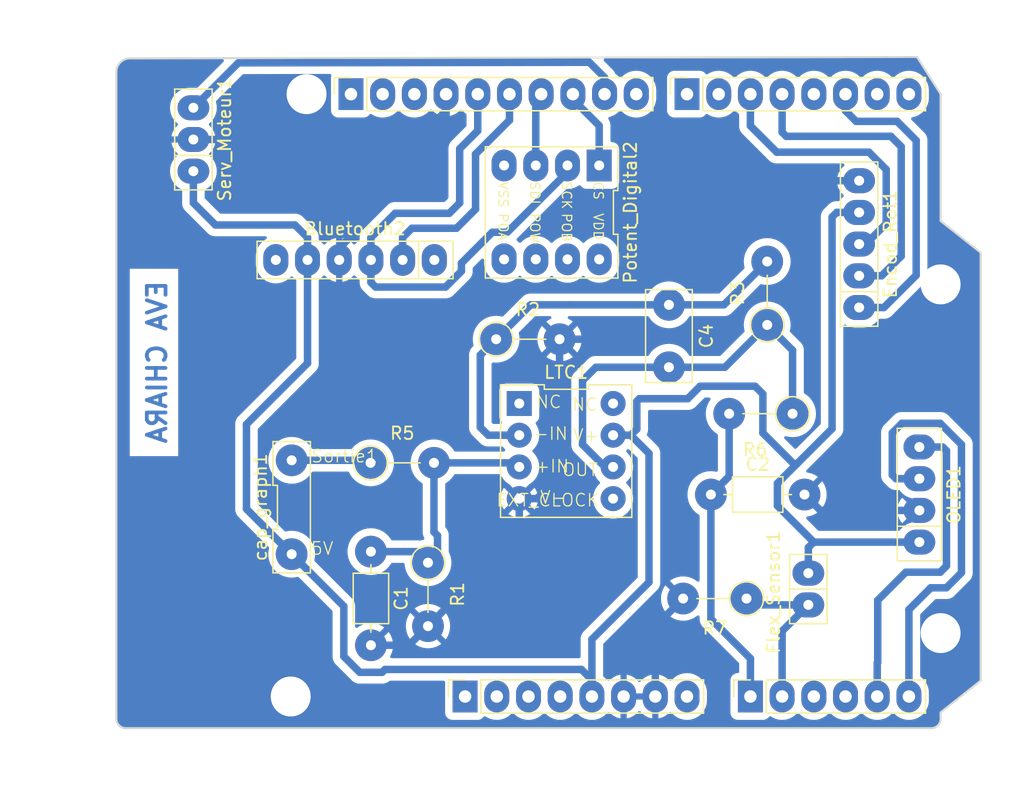
<source format=kicad_pcb>
(kicad_pcb (version 20221018) (generator pcbnew)
  (title_block (date "mar. 31 mars 2015"))
  (layers (0 "F.Cu" signal) (31 "B.Cu" signal) (34 "B.Paste" user) (35 "F.Paste" user) (36 "B.SilkS" user "B.Silkscreen") (37 "F.SilkS" user "F.Silkscreen") (38 "B.Mask" user) (39 "F.Mask" user) (44 "Edge.Cuts" user))
  (net 0 "")
  (net 1 "GND")
  (net 3 "Net-(LTC1-+IN)")
  (net 4 "/IOREF")
  (net 5 "A0")
  (net 6 "/A2")
  (net 7 "/A3")
  (net 8 "Net-(LTC1--IN)")
  (net 9 "Net-(LTC1-OUT)")
  (net 10 "/AREF")
  (net 11 "/8")
  (net 12 "/7")
  (net 13 "D5")
  (net 14 "D4")
  (net 15 "/*6")
  (net 16 "D2")
  (net 17 "/TX{slash}1")
  (net 18 "/*3")
  (net 19 "/RX{slash}0")
  (net 20 "+3V3")
  (net 21 "VCC")
  (net 22 "/~{RESET}")
  (net 23 "V+")
  (net 24 "Net-(cap_graph1-Sortie1)")
  (net 25 "A5")
  (net 26 "A4")
  (net 30 "pin9")
  (net 31 "A1")
  (net 32 "D13")
  (net 33 "D11")
  (net 34 "D10")
  (net 36 "D12")
  (footprint "Connector_PinSocket_2.54mm:PinSocket_1x08_P2.54mm_Vertical" (layer "F.Cu") (at 127.94 97.46 90)
    (fp_text reference "J1" hide)
    (fp_text value "Power")
    (fp_line (start -1.33 1.27) (end -1.33 19.11) (stroke (width 0.12)) (layer "F.SilkS"))
    (fp_line (start -1.33 1.27) (end 1.33 1.27) (stroke (width 0.12)) (layer "F.SilkS"))
    (fp_line (start -1.33 19.11) (end 1.33 19.11) (stroke (width 0.12)) (layer "F.SilkS"))
    (fp_line (start 0 -1.33) (end 1.33 -1.33) (stroke (width 0.12)) (layer "F.SilkS"))
    (fp_line (start 1.33 -1.33) (end 1.33 0) (stroke (width 0.12)) (layer "F.SilkS"))
    (fp_line (start 1.33 1.27) (end 1.33 19.11) (stroke (width 0.12)) (layer "F.SilkS"))
    (pad "1" thru_hole rect locked (at 0 0 90) (size 2.54 2) (drill 1) (layers "*.Cu" "*.Mask"))
    (pad "2" thru_hole oval locked (at 0 2.54 90) (size 2.54 2) (drill 1) (layers "*.Cu" "*.Mask") (net 4 "/IOREF"))
    (pad "3" thru_hole oval locked (at 0 5.08 90) (size 2.54 2) (drill 1) (layers "*.Cu" "*.Mask") (net 22 "/~{RESET}"))
    (pad "4" thru_hole oval locked (at 0 7.62 90) (size 2.54 2) (drill 1) (layers "*.Cu" "*.Mask") (net 20 "+3V3"))
    (pad "5" thru_hole oval locked (at 0 10.16 90) (size 2.54 2) (drill 1) (layers "*.Cu" "*.Mask") (net 23 "V+"))
    (pad "6" thru_hole oval locked (at 0 12.7 90) (size 2.54 2) (drill 1) (layers "*.Cu" "*.Mask") (net 1 "GND"))
    (pad "7" thru_hole oval locked (at 0 15.24 90) (size 2.54 2) (drill 1) (layers "*.Cu" "*.Mask") (net 1 "GND"))
    (pad "8" thru_hole oval locked (at 0 17.78 90) (size 2.54 2) (drill 1) (layers "*.Cu" "*.Mask") (net 21 "VCC"))
  )
  (footprint "Connector_PinSocket_2.54mm:PinSocket_1x06_P2.54mm_Vertical" (layer "F.Cu") (at 150.8 97.46 90)
    (fp_text reference "J3" hide)
    (fp_text value "Analog")
    (fp_line (start -1.33 1.27) (end -1.33 14.03) (stroke (width 0.12)) (layer "F.SilkS"))
    (fp_line (start -1.33 1.27) (end 1.33 1.27) (stroke (width 0.12)) (layer "F.SilkS"))
    (fp_line (start -1.33 14.03) (end 1.33 14.03) (stroke (width 0.12)) (layer "F.SilkS"))
    (fp_line (start 0 -1.33) (end 1.33 -1.33) (stroke (width 0.12)) (layer "F.SilkS"))
    (fp_line (start 1.33 -1.33) (end 1.33 0) (stroke (width 0.12)) (layer "F.SilkS"))
    (fp_line (start 1.33 1.27) (end 1.33 14.03) (stroke (width 0.12)) (layer "F.SilkS"))
    (pad "1" thru_hole rect locked (at 0 0 90) (size 2.54 2) (drill 1) (layers "*.Cu" "*.Mask") (net 5 "A0"))
    (pad "2" thru_hole oval locked (at 0 2.54 90) (size 2.54 2) (drill 1) (layers "*.Cu" "*.Mask") (net 31 "A1"))
    (pad "3" thru_hole oval locked (at 0 5.08 90) (size 2.54 2) (drill 1) (layers "*.Cu" "*.Mask") (net 6 "/A2"))
    (pad "4" thru_hole oval locked (at 0 7.62 90) (size 2.54 2) (drill 1) (layers "*.Cu" "*.Mask") (net 7 "/A3"))
    (pad "5" thru_hole oval locked (at 0 10.16 90) (size 2.54 2) (drill 1) (layers "*.Cu" "*.Mask") (net 26 "A4"))
    (pad "6" thru_hole oval locked (at 0 12.7 90) (size 2.54 2) (drill 1) (layers "*.Cu" "*.Mask") (net 25 "A5"))
  )
  (footprint "Connector_PinSocket_2.54mm:PinSocket_1x10_P2.54mm_Vertical" (layer "F.Cu") (at 118.796 49.2 90)
    (fp_text reference "J2" hide)
    (fp_text value "Digital/PWM")
    (fp_line (start -1.33 1.27) (end -1.33 24.19) (stroke (width 0.12)) (layer "F.SilkS"))
    (fp_line (start -1.33 1.27) (end 1.33 1.27) (stroke (width 0.12)) (layer "F.SilkS"))
    (fp_line (start -1.33 24.19) (end 1.33 24.19) (stroke (width 0.12)) (layer "F.SilkS"))
    (fp_line (start 0 -1.33) (end 1.33 -1.33) (stroke (width 0.12)) (layer "F.SilkS"))
    (fp_line (start 1.33 -1.33) (end 1.33 0) (stroke (width 0.12)) (layer "F.SilkS"))
    (fp_line (start 1.33 1.27) (end 1.33 24.19) (stroke (width 0.12)) (layer "F.SilkS"))
    (pad "1" thru_hole rect locked (at 0 0 90) (size 2.54 2) (drill 1) (layers "*.Cu" "*.Mask") (net 25 "A5"))
    (pad "2" thru_hole oval locked (at 0 2.54 90) (size 2.54 2) (drill 1) (layers "*.Cu" "*.Mask") (net 26 "A4"))
    (pad "3" thru_hole oval locked (at 0 5.08 90) (size 2.54 2) (drill 1) (layers "*.Cu" "*.Mask") (net 10 "/AREF"))
    (pad "4" thru_hole oval locked (at 0 7.62 90) (size 2.54 2) (drill 1) (layers "*.Cu" "*.Mask") (net 1 "GND"))
    (pad "5" thru_hole oval locked (at 0 10.16 90) (size 2.54 2) (drill 1) (layers "*.Cu" "*.Mask") (net 32 "D13"))
    (pad "6" thru_hole oval locked (at 0 12.7 90) (size 2.54 2) (drill 1) (layers "*.Cu" "*.Mask") (net 36 "D12"))
    (pad "7" thru_hole oval locked (at 0 15.24 90) (size 2.54 2) (drill 1) (layers "*.Cu" "*.Mask") (net 33 "D11"))
    (pad "8" thru_hole oval locked (at 0 17.78 90) (size 2.54 2) (drill 1) (layers "*.Cu" "*.Mask") (net 34 "D10"))
    (pad "9" thru_hole oval locked (at 0 20.32 90) (size 2.54 2) (drill 1) (layers "*.Cu" "*.Mask") (net 30 "pin9"))
    (pad "10" thru_hole oval locked (at 0 22.86 90) (size 2.54 2) (drill 1) (layers "*.Cu" "*.Mask") (net 11 "/8"))
  )
  (footprint "Connector_PinSocket_2.54mm:PinSocket_1x08_P2.54mm_Vertical" (layer "F.Cu") (at 145.72 49.2 90)
    (fp_text reference "J4" hide)
    (fp_text value "Digital/PWM")
    (fp_line (start -1.33 1.27) (end -1.33 19.11) (stroke (width 0.12)) (layer "F.SilkS"))
    (fp_line (start -1.33 1.27) (end 1.33 1.27) (stroke (width 0.12)) (layer "F.SilkS"))
    (fp_line (start -1.33 19.11) (end 1.33 19.11) (stroke (width 0.12)) (layer "F.SilkS"))
    (fp_line (start 0 -1.33) (end 1.33 -1.33) (stroke (width 0.12)) (layer "F.SilkS"))
    (fp_line (start 1.33 -1.33) (end 1.33 0) (stroke (width 0.12)) (layer "F.SilkS"))
    (fp_line (start 1.33 1.27) (end 1.33 19.11) (stroke (width 0.12)) (layer "F.SilkS"))
    (pad "1" thru_hole rect locked (at 0 0 90) (size 2.54 2) (drill 1) (layers "*.Cu" "*.Mask") (net 12 "/7"))
    (pad "2" thru_hole oval locked (at 0 2.54 90) (size 2.54 2) (drill 1) (layers "*.Cu" "*.Mask") (net 15 "/*6"))
    (pad "3" thru_hole oval locked (at 0 5.08 90) (size 2.54 2) (drill 1) (layers "*.Cu" "*.Mask") (net 13 "D5"))
    (pad "4" thru_hole oval locked (at 0 7.62 90) (size 2.54 2) (drill 1) (layers "*.Cu" "*.Mask") (net 14 "D4"))
    (pad "5" thru_hole oval locked (at 0 10.16 90) (size 2.54 2) (drill 1) (layers "*.Cu" "*.Mask") (net 18 "/*3"))
    (pad "6" thru_hole oval locked (at 0 12.7 90) (size 2.54 2) (drill 1) (layers "*.Cu" "*.Mask") (net 16 "D2"))
    (pad "7" thru_hole oval locked (at 0 15.24 90) (size 2.54 2) (drill 1) (layers "*.Cu" "*.Mask") (net 17 "/TX{slash}1"))
    (pad "8" thru_hole oval locked (at 0 17.78 90) (size 2.54 2) (drill 1) (layers "*.Cu" "*.Mask") (net 19 "/RX{slash}0"))
  )
  (footprint "Resistor_THT:R_Axial_DIN0207_L6.3mm_D2.5mm_P5.08mm_Vertical" (layer "F.Cu") (at 120.367 78.74)
    (fp_text reference "R5" (at 2.54 -2.37) (layer "F.SilkS"))
    (fp_text value "10k")
    (fp_line (start 1.37 0) (end 3.98 0) (stroke (width 0.12)) (layer "F.SilkS"))
    (fp_circle (center 0 0) (end 1.37 0) (stroke (width 0.12)) (fill none) (layer "F.SilkS"))
    (pad "1" thru_hole circle (at 0 0) (size 2.54 2.54) (drill 0.8) (layers "*.Cu" "*.Mask") (net 24 "Net-(cap_graph1-Sortie1)"))
    (pad "2" thru_hole circle (at 5.08 0) (size 2.54 2.54) (drill 0.8) (layers "*.Cu" "*.Mask") (net 3 "Net-(LTC1-+IN)"))
  )
  (footprint "LibraryEmpreinte:Encod_Rot2" (layer "F.Cu") (at 159.512 61.214 90)
    (fp_text reference "Encod_Rot1" (at 0 2.5 90) (layer "F.SilkS"))
    (fp_text value "~")
    (fp_line (start -6.58 -1.5) (end 6.58 -1.5) (stroke (width 0.12)) (layer "F.SilkS"))
    (fp_line (start -6.58 1.5) (end -6.58 -1.5) (stroke (width 0.12)) (layer "F.SilkS"))
    (fp_line (start -3.81 -1.5) (end -3.81 1.5) (stroke (width 0.12)) (layer "F.SilkS"))
    (fp_line (start 6.58 -1.5) (end 6.58 1.5) (stroke (width 0.12)) (layer "F.SilkS"))
    (fp_line (start 6.58 1.5) (end -6.58 1.5) (stroke (width 0.12)) (layer "F.SilkS"))
    (pad "1" thru_hole oval (at -5.08 0 90) (size 2 2.54) (drill 0.8) (layers "*.Cu" "*.Mask" "F.Adhes") (net 16 "D2"))
    (pad "2" thru_hole oval (at -2.54 0 90) (size 2 2.54) (drill 0.8) (layers "*.Cu" "*.Mask" "F.Adhes") (net 14 "D4"))
    (pad "3" thru_hole oval (at 0 0 90) (size 2 2.54) (drill 0.8) (layers "*.Cu" "*.Mask" "F.Adhes") (net 13 "D5"))
    (pad "4" thru_hole oval (at 2.54 0 90) (size 2 2.54) (drill 0.8) (layers "*.Cu" "*.Mask" "F.Adhes") (net 23 "V+"))
    (pad "5" thru_hole oval (at 5.08 0 90) (size 2 2.54) (drill 0.8) (layers "*.Cu" "*.Mask" "F.Adhes") (net 1 "GND"))
  )
  (footprint "Resistor_THT:R_Axial_DIN0207_L6.3mm_D2.5mm_P5.08mm_Vertical" (layer "F.Cu") (at 152.146 67.6905 90)
    (fp_text reference "R3" (at 2.54 -2.37 90) (layer "F.SilkS"))
    (fp_text value "100k" hide)
    (fp_line (start 1.37 0) (end 3.98 0) (stroke (width 0.12)) (layer "F.SilkS"))
    (fp_circle (center 0 0) (end 1.37 0) (stroke (width 0.12)) (fill none) (layer "F.SilkS"))
    (pad "1" thru_hole circle (at 0 0 90) (size 2.54 2.54) (drill 0.8) (layers "*.Cu" "*.Mask") (net 9 "Net-(LTC1-OUT)"))
    (pad "2" thru_hole circle (at 5.08 0 90) (size 2.54 2.54) (drill 0.8) (layers "*.Cu" "*.Mask") (net 8 "Net-(LTC1--IN)"))
  )
  (footprint "Resistor_THT:R_Axial_DIN0207_L6.3mm_D2.5mm_P5.08mm_Vertical" (layer "F.Cu") (at 130.4295 68.834)
    (fp_text reference "R2" (at 2.54 -2.37) (layer "F.SilkS"))
    (fp_text value "1k")
    (fp_line (start 1.37 0) (end 3.98 0) (stroke (width 0.12)) (layer "F.SilkS"))
    (fp_circle (center 0 0) (end 1.37 0) (stroke (width 0.12)) (fill none) (layer "F.SilkS"))
    (pad "1" thru_hole circle (at 0 0) (size 2.54 2.54) (drill 0.8) (layers "*.Cu" "*.Mask") (net 8 "Net-(LTC1--IN)"))
    (pad "2" thru_hole circle (at 5.08 0) (size 2.54 2.54) (drill 0.8) (layers "*.Cu" "*.Mask") (net 1 "GND"))
  )
  (footprint "Arduino_MountingHole:MountingHole_3.2mm" (layer "F.Cu") (at 115.24 49.2)
    (fp_text reference "MH1" hide)
    (fp_text value "MountingHole_3.2mm" hide)
    (pad "" np_thru_hole circle locked (at 0 0) (size 3.2 3.2) (drill 3.2) (layers "*.Cu" "*.Mask"))
  )
  (footprint "LibraryEmpreinte:capp_graph" (layer "F.Cu") (at 114.046 82.296)
    (fp_text reference "cap_graph1" (at -2.5 0 90) (layer "F.SilkS"))
    (fp_text value "~")
    (fp_text user "Sortie1" (at 1.4986 -3.5052 unlocked) (layer "F.SilkS") (effects (font (thickness 0.1)) (justify left bottom)))
    (fp_text user "5V" (at 1.4732 3.8862 unlocked) (layer "F.SilkS") (effects (font (thickness 0.1)) (justify left bottom)))
    (fp_line (start -1.5 -1.753333) (end -1.14 -1.753333) (stroke (width 0.12)) (layer "F.SilkS"))
    (fp_line (start -1.5 1.753333) (end -1.5 5.26) (stroke (width 0.12)) (layer "F.SilkS"))
    (fp_line (start -1.5 5.26) (end 1.499999 5.26) (stroke (width 0.12)) (layer "F.SilkS"))
    (fp_line (start -1.499999 -5.26) (end -1.5 -1.753333) (stroke (width 0.12)) (layer "F.SilkS"))
    (fp_line (start -1.14 -1.753333) (end -1.14 1.753333) (stroke (width 0.12)) (layer "F.SilkS"))
    (fp_line (start -1.14 1.753333) (end -1.5 1.753333) (stroke (width 0.12)) (layer "F.SilkS"))
    (fp_line (start 1.499999 5.26) (end 1.5 -5.26) (stroke (width 0.12)) (layer "F.SilkS"))
    (fp_line (start 1.5 -5.26) (end -1.499999 -5.26) (stroke (width 0.12)) (layer "F.SilkS"))
    (pad "1" thru_hole circle (at 0 3.76) (size 2.54 2.54) (drill 0.8) (layers "*.Cu" "*.Mask") (net 23 "V+"))
    (pad "2" thru_hole circle (at 0 -3.76) (size 2.54 2.54) (drill 0.8) (layers "*.Cu" "*.Mask") (net 24 "Net-(cap_graph1-Sortie1)"))
  )
  (footprint "LibraryEmpreinte:LTC1050" (layer "F.Cu") (at 136.398 78.203 -90)
    (fp_text reference "LTC1" (at -6.7178 0.3578) (layer "F.SilkS"))
    (fp_text value "~")
    (fp_text user "-IN" (at -1.2206 3.0502 unlocked) (layer "F.SilkS") (effects (font (thickness 0.1)) (justify left bottom)))
    (fp_text user "EXT_CLOCK" (at 4.1134 6.022 unlocked) (layer "F.SilkS") (effects (font (thickness 0.1)) (justify left bottom)))
    (fp_text user "OUT" (at 1.675 0.7388 unlocked) (layer "F.SilkS") (effects (font (thickness 0.1)) (justify left bottom)))
    (fp_text user "NC" (at -3.5574 -0.0486 unlocked) (layer "F.SilkS") (effects (font (thickness 0.1)) (justify left bottom)))
    (fp_text user "NC" (at -3.7606 2.847 unlocked) (layer "F.SilkS") (effects (font (thickness 0.1)) (justify left bottom)))
    (fp_text user "+IN" (at 1.3956 2.9486 unlocked) (layer "F.SilkS") (effects (font (thickness 0.1)) (justify left bottom)))
    (fp_text user "V-" (at 3.8848 2.5168 unlocked) (layer "F.SilkS") (effects (font (thickness 0.1)) (justify left bottom)))
    (fp_text user "V+" (at -1.0682 -0.1248 unlocked) (layer "F.SilkS") (effects (font (thickness 0.1)) (justify left bottom)))
    (fp_line (start -5.7178 -4.9022) (end -5.7178 -1.395533) (stroke (width 0.12)) (layer "F.SilkS"))
    (fp_line (start -5.7178 -1.395533) (end -5.3578 -1.395533) (stroke (width 0.12)) (layer "F.SilkS"))
    (fp_line (start -5.7178 2.111133) (end -5.7178 5.6178) (stroke (width 0.12)) (layer "F.SilkS"))
    (fp_line (start -5.7178 5.6178) (end 4.9022 5.6178) (stroke (width 0.12)) (layer "F.SilkS"))
    (fp_line (start -5.3578 -1.395533) (end -5.3578 2.111133) (stroke (width 0.12)) (layer "F.SilkS"))
    (fp_line (start -5.3578 2.111133) (end -5.7178 2.111133) (stroke (width 0.12)) (layer "F.SilkS"))
    (fp_line (start 4.9022 -4.9022) (end -5.7178 -4.9022) (stroke (width 0.12)) (layer "F.SilkS"))
    (fp_line (start 4.9022 5.6178) (end 4.9022 -4.9022) (stroke (width 0.12)) (layer "F.SilkS"))
    (pad "1" thru_hole rect (at -4.2178 4.1178 270) (size 2 2) (drill 0.8) (layers "*.Cu" "*.Mask"))
    (pad "2" thru_hole circle (at -1.6778 4.1178 270) (size 2 2) (drill 0.8) (layers "*.Cu" "*.Mask") (net 8 "Net-(LTC1--IN)"))
    (pad "3" thru_hole circle (at 0.8622 4.1178 270) (size 2 2) (drill 0.8) (layers "*.Cu" "*.Mask") (net 3 "Net-(LTC1-+IN)"))
    (pad "4" thru_hole circle (at 3.4022 4.1178 270) (size 2 2) (drill 0.8) (layers "*.Cu" "*.Mask") (net 1 "GND"))
    (pad "5" thru_hole circle (at 3.4022 -3.4022 270) (size 2 2) (drill 0.8) (layers "*.Cu" "*.Mask"))
    (pad "6" thru_hole circle (at 0.8622 -3.4022 270) (size 2 2) (drill 0.8) (layers "*.Cu" "*.Mask") (net 9 "Net-(LTC1-OUT)"))
    (pad "7" thru_hole circle (at -1.6778 -3.4022 270) (size 2 2) (drill 0.8) (layers "*.Cu" "*.Mask") (net 23 "V+"))
    (pad "8" thru_hole circle (at -4.2178 -3.4022 270) (size 2 2) (drill 0.8) (layers "*.Cu" "*.Mask"))
  )
  (footprint "LibraryEmpreinte:OLED_new" (layer "F.Cu") (at 164.338 81.28 90)
    (fp_text reference "OLED1" (at 0 2.77 90) (layer "F.SilkS"))
    (fp_text value "~")
    (fp_line (start -5.31 -1.77) (end 5.31 -1.77) (stroke (width 0.12)) (layer "F.SilkS"))
    (fp_line (start -5.31 1.77) (end -5.31 -1.77) (stroke (width 0.12)) (layer "F.SilkS"))
    (fp_line (start -2.54 -1.77) (end -2.54 1.77) (stroke (width 0.12)) (layer "F.SilkS"))
    (fp_line (start 5.31 -1.77) (end 5.31 1.77) (stroke (width 0.12)) (layer "F.SilkS"))
    (fp_line (start 5.31 1.77) (end -5.31 1.77) (stroke (width 0.12)) (layer "F.SilkS"))
    (pad "1" thru_hole oval (at -3.81 0 90) (size 2 2.54) (drill 0.8) (layers "*.Cu" "*.Mask") (net 23 "V+"))
    (pad "2" thru_hole oval (at -1.27 0 90) (size 2 2.54) (drill 0.8) (layers "*.Cu" "*.Mask") (net 1 "GND"))
    (pad "3" thru_hole oval (at 1.27 0 90) (size 2 2.54) (drill 0.8) (layers "*.Cu" "*.Mask") (net 25 "A5"))
    (pad "4" thru_hole oval (at 3.81 0 90) (size 2 2.54) (drill 0.8) (layers "*.Cu" "*.Mask") (net 26 "A4"))
  )
  (footprint "Resistor_THT:R_Axial_DIN0207_L6.3mm_D2.5mm_P5.08mm_Vertical" (layer "F.Cu") (at 124.968 86.7415 -90)
    (fp_text reference "R1" (at 2.54 -2.37 90) (layer "F.SilkS"))
    (fp_text value "100k" hide)
    (fp_line (start 1.37 0) (end 3.98 0) (stroke (width 0.12)) (layer "F.SilkS"))
    (fp_circle (center 0 0) (end 1.37 0) (stroke (width 0.12)) (fill none) (layer "F.SilkS"))
    (pad "1" thru_hole circle (at 0 0 270) (size 2.54 2.54) (drill 0.8) (layers "*.Cu" "*.Mask") (net 3 "Net-(LTC1-+IN)"))
    (pad "2" thru_hole circle (at 5.08 0 270) (size 2.54 2.54) (drill 0.8) (layers "*.Cu" "*.Mask") (net 1 "GND"))
  )
  (footprint "Resistor_THT:R_Axial_DIN0207_L6.3mm_D2.5mm_P5.08mm_Vertical" (layer "F.Cu") (at 154.178 74.8035 180)
    (fp_text reference "R6" (at 3.008 -2.878) (layer "F.SilkS"))
    (fp_text value "1k")
    (fp_line (start 1.37 0) (end 3.98 0) (stroke (width 0.12)) (layer "F.SilkS"))
    (fp_circle (center 0 0) (end 1.37 0) (stroke (width 0.12)) (fill none) (layer "F.SilkS"))
    (pad "1" thru_hole circle (at 0 0 180) (size 2.54 2.54) (drill 0.8) (layers "*.Cu" "*.Mask") (net 9 "Net-(LTC1-OUT)"))
    (pad "2" thru_hole circle (at 5.08 0 180) (size 2.54 2.54) (drill 0.8) (layers "*.Cu" "*.Mask") (net 5 "A0"))
  )
  (footprint "LibraryEmpreinte:Bluetooth2" (layer "F.Cu") (at 119.126 62.484 180)
    (fp_text reference "Bluetooth2" (at 0 2.5) (layer "F.SilkS"))
    (fp_text value "~")
    (fp_line (start -7.85 -1.5) (end 7.85 -1.5) (stroke (width 0.12)) (layer "F.SilkS"))
    (fp_line (start -7.85 1.5) (end -7.85 -1.5) (stroke (width 0.12)) (layer "F.SilkS"))
    (fp_line (start -5.08 -1.5) (end -5.08 1.5) (stroke (width 0.12)) (layer "F.SilkS"))
    (fp_line (start 7.85 -1.5) (end 7.85 1.5) (stroke (width 0.12)) (layer "F.SilkS"))
    (fp_line (start 7.85 1.5) (end -7.85 1.5) (stroke (width 0.12)) (layer "F.SilkS"))
    (pad "1" thru_hole oval (at -6.35 0 180) (size 2 2.54) (drill 0.8) (layers "*.Cu" "*.Mask"))
    (pad "2" thru_hole oval (at -3.81 0 180) (size 2 2.54) (drill 0.8) (layers "*.Cu" "*.Mask") (net 36 "D12"))
    (pad "3" thru_hole oval (at -1.27 0 180) (size 2 2.54) (drill 0.8) (layers "*.Cu" "*.Mask") (net 32 "D13"))
    (pad "4" thru_hole oval (at 1.27 0 180) (size 2 2.54) (drill 0.8) (layers "*.Cu" "*.Mask") (net 1 "GND"))
    (pad "5" thru_hole oval (at 3.81 0 180) (size 2 2.54) (drill 0.8) (layers "*.Cu" "*.Mask") (net 23 "V+"))
    (pad "6" thru_hole oval (at 6.35 0 180) (size 2 2.54) (drill 0.8) (layers "*.Cu" "*.Mask"))
  )
  (footprint "LibraryEmpreinte:SIP-2" (layer "F.Cu") (at 155.443 88.849 -90)
    (fp_text reference "Flex_Sensor1" (at 0.254 2.794 90) (layer "F.SilkS"))
    (fp_text value "~")
    (fp_line (start -2.77 -1.5) (end 2.77 -1.5) (stroke (width 0.12)) (layer "F.SilkS"))
    (fp_line (start -2.77 1.5) (end -2.77 -1.5) (stroke (width 0.12)) (layer "F.SilkS"))
    (fp_line (start 0 -1.5) (end 0 1.5) (stroke (width 0.12)) (layer "F.SilkS"))
    (fp_line (start 2.77 -1.5) (end 2.77 1.5) (stroke (width 0.12)) (layer "F.SilkS"))
    (fp_line (start 2.77 1.5) (end -2.77 1.5) (stroke (width 0.12)) (layer "F.SilkS"))
    (pad "1" thru_hole oval (at -1.27 0 270) (size 2 2.54) (drill 0.8) (layers "*.Cu" "*.Mask") (net 23 "V+"))
    (pad "2" thru_hole oval (at 1.27 0 270) (size 2 2.54) (drill 0.8) (layers "*.Cu" "*.Mask") (net 31 "A1"))
  )
  (footprint "Capacitor_THT:C_Rect_L7.2mm_W3.5mm_P5.00mm_FKS2_FKP2_MKS2_MKP2" (layer "F.Cu") (at 144.272 66.08 -90)
    (fp_text reference "C4" (at 2.5 -3 90) (layer "F.SilkS"))
    (fp_text value "1µ" hide)
    (fp_line (start -1.22 -1.87) (end -1.22 1.87) (stroke (width 0.12)) (layer "F.SilkS"))
    (fp_line (start -1.22 -1.87) (end 6.22 -1.87) (stroke (width 0.12)) (layer "F.SilkS"))
    (fp_line (start -1.22 1.87) (end 6.22 1.87) (stroke (width 0.12)) (layer "F.SilkS"))
    (fp_line (start 6.22 -1.87) (end 6.22 1.87) (stroke (width 0.12)) (layer "F.SilkS"))
    (pad "1" thru_hole circle (at 0 0 270) (size 2.54 2.54) (drill 0.8) (layers "*.Cu" "*.Mask") (net 8 "Net-(LTC1--IN)"))
    (pad "2" thru_hole circle (at 5 0 270) (size 2.54 2.54) (drill 0.8) (layers "*.Cu" "*.Mask") (net 9 "Net-(LTC1-OUT)"))
  )
  (footprint "Capacitor_THT:C_Axial_L3.8mm_D2.6mm_P7.50mm_Horizontal" (layer "F.Cu") (at 147.634 81.28)
    (fp_text reference "C2" (at 3.75 -2.42) (layer "F.SilkS"))
    (fp_text value "100n")
    (fp_line (start 1.04 0) (end 1.73 0) (stroke (width 0.12)) (layer "F.SilkS"))
    (fp_line (start 1.73 -1.42) (end 1.73 1.42) (stroke (width 0.12)) (layer "F.SilkS"))
    (fp_line (start 1.73 1.42) (end 5.77 1.42) (stroke (width 0.12)) (layer "F.SilkS"))
    (fp_line (start 5.77 -1.42) (end 1.73 -1.42) (stroke (width 0.12)) (layer "F.SilkS"))
    (fp_line (start 5.77 1.42) (end 5.77 -1.42) (stroke (width 0.12)) (layer "F.SilkS"))
    (fp_line (start 6.46 0) (end 5.77 0) (stroke (width 0.12)) (layer "F.SilkS"))
    (pad "1" thru_hole circle (at 0 0) (size 2.54 2.54) (drill 0.8) (layers "*.Cu" "*.Mask") (net 5 "A0"))
    (pad "2" thru_hole circle (at 7.5 0) (size 2.54 2.54) (drill 0.8) (layers "*.Cu" "*.Mask") (net 1 "GND"))
  )
  (footprint "Arduino_MountingHole:MountingHole_3.2mm" (layer "F.Cu") (at 113.97 97.46)
    (fp_text reference "MH2" hide)
    (fp_text value "MountingHole_3.2mm" hide)
    (pad "" np_thru_hole circle locked (at 0 0) (size 3.2 3.2) (drill 3.2) (layers "*.Cu" "*.Mask"))
  )
  (footprint "Capacitor_THT:C_Axial_L3.8mm_D2.6mm_P7.50mm_Horizontal" (layer "F.Cu") (at 120.396 85.852 -90)
    (fp_text reference "C1" (at 3.75 -2.42 90) (layer "F.SilkS"))
    (fp_text value "100n")
    (fp_line (start 1.04 0) (end 1.73 0) (stroke (width 0.12)) (layer "F.SilkS"))
    (fp_line (start 1.73 -1.42) (end 1.73 1.42) (stroke (width 0.12)) (layer "F.SilkS"))
    (fp_line (start 1.73 1.42) (end 5.77 1.42) (stroke (width 0.12)) (layer "F.SilkS"))
    (fp_line (start 5.77 -1.42) (end 1.73 -1.42) (stroke (width 0.12)) (layer "F.SilkS"))
    (fp_line (start 5.77 1.42) (end 5.77 -1.42) (stroke (width 0.12)) (layer "F.SilkS"))
    (fp_line (start 6.46 0) (end 5.77 0) (stroke (width 0.12)) (layer "F.SilkS"))
    (pad "1" thru_hole circle (at 0 0 270) (size 2.54 2.54) (drill 0.8) (layers "*.Cu" "*.Mask") (net 3 "Net-(LTC1-+IN)"))
    (pad "2" thru_hole circle (at 7.5 0 270) (size 2.54 2.54) (drill 0.8) (layers "*.Cu" "*.Mask") (net 1 "GND"))
  )
  (footprint "Arduino_MountingHole:MountingHole_3.2mm" (layer "F.Cu") (at 166.04 64.44)
    (fp_text reference "MH3" hide)
    (fp_text value "MountingHole_3.2mm" hide)
    (pad "" np_thru_hole circle locked (at 0 0) (size 3.2 3.2) (drill 3.2) (layers "*.Cu" "*.Mask"))
  )
  (footprint "Arduino_MountingHole:MountingHole_3.2mm" (layer "F.Cu") (at 166.04 92.38)
    (fp_text reference "MH4" hide)
    (fp_text value "MountingHole_3.2mm" hide)
    (pad "" np_thru_hole circle locked (at 0 0) (size 3.2 3.2) (drill 3.2) (layers "*.Cu" "*.Mask"))
  )
  (footprint "LibraryEmpreinte:Servomoteur" (layer "F.Cu") (at 106.172 52.832 90)
    (fp_text reference "Serv_Moteur1" (at 0 2.5 90) (layer "F.SilkS"))
    (fp_text value "~")
    (fp_line (start -4.04 -1.5) (end 4.04 -1.5) (stroke (width 0.12)) (layer "F.SilkS"))
    (fp_line (start -4.04 1.5) (end -4.04 -1.5) (stroke (width 0.12)) (layer "F.SilkS"))
    (fp_line (start -1.27 -1.5) (end -1.27 1.5) (stroke (width 0.12)) (layer "F.SilkS"))
    (fp_line (start 4.04 -1.5) (end 4.04 1.5) (stroke (width 0.12)) (layer "F.SilkS"))
    (fp_line (start 4.04 1.5) (end -4.04 1.5) (stroke (width 0.12)) (layer "F.SilkS"))
    (pad "1" thru_hole oval (at -2.54 0 90) (size 2 2.54) (drill 0.8) (layers "*.Cu" "*.Mask") (net 23 "V+"))
    (pad "2" thru_hole oval (at 0 0 90) (size 2 2.54) (drill 0.8) (layers "*.Cu" "*.Mask") (net 1 "GND"))
    (pad "3" thru_hole oval (at 2.54 0 90) (size 2 2.54) (drill 0.8) (layers "*.Cu" "*.Mask") (net 30 "pin9"))
  )
  (footprint "Resistor_THT:R_Axial_DIN0207_L6.3mm_D2.5mm_P5.08mm_Vertical" (layer "F.Cu") (at 150.4895 89.611 180)
    (fp_text reference "R7" (at 2.54 -2.37) (layer "F.SilkS"))
    (fp_text value "47K")
    (fp_line (start 1.37 0) (end 3.98 0) (stroke (width 0.12)) (layer "F.SilkS"))
    (fp_circle (center 0 0) (end 1.37 0) (stroke (width 0.12)) (fill none) (layer "F.SilkS"))
    (pad "1" thru_hole circle (at 0 0 180) (size 2.54 2.54) (drill 0.8) (layers "*.Cu" "*.Mask") (net 31 "A1"))
    (pad "2" thru_hole circle (at 5.08 0 180) (size 2.54 2.54) (drill 0.8) (layers "*.Cu" "*.Mask") (net 1 "GND"))
  )
  (footprint "LibraryEmpreinte:Potentiometre_Digital3" (layer "F.Cu") (at 134.874 58.674 180)
    (fp_text reference "Potent_Digital2" (at -6.31 0 90) (layer "F.SilkS"))
    (fp_text value "~")
    (fp_text user "VSS" (at 4.318 2.54 270 unlocked) (layer "F.SilkS") (effects (font (size 0.75 0.75) (thickness 0.1)) (justify left bottom)))
    (fp_text user "SDI" (at 1.778 2.54 270 unlocked) (layer "F.SilkS") (effects (font (size 0.75 0.75) (thickness 0.1)) (justify left bottom)))
    (fp_text user "SCK" (at -0.762 2.54 270 unlocked) (layer "F.SilkS") (effects (font (size 0.75 0.75) (thickness 0.1)) (justify left bottom)))
    (fp_text user "CS" (at -3.302 2.54 270 unlocked) (layer "F.SilkS") (effects (font (size 0.75 0.75) (thickness 0.1)) (justify left bottom)))
    (fp_text user "POA" (at 4.318 0 270 unlocked) (layer "F.SilkS") (effects (font (size 0.75 0.75) (thickness 0.1)) (justify left bottom)))
    (fp_text user "POW" (at 1.778 0 270 unlocked) (layer "F.SilkS") (effects (font (size 0.75 0.75) (thickness 0.1)) (justify left bottom)))
    (fp_text user "POB" (at -0.762 0 270 unlocked) (layer "F.SilkS") (effects (font (size 0.75 0.75) (thickness 0.1)) (justify left bottom)))
    (fp_text user "VDD" (at -3.302 0 270 unlocked) (layer "F.SilkS") (effects (font (size 0.75 0.75) (thickness 0.1)) (justify left bottom)))
    (fp_line (start -5.31 -5.26) (end -5.31 -1.753333) (stroke (width 0.12)) (layer "F.SilkS"))
    (fp_line (start -5.31 -1.753333) (end -4.95 -1.753333) (stroke (width 0.12)) (layer "F.SilkS"))
    (fp_line (start -5.31 1.753333) (end -5.31 5.26) (stroke (width 0.12)) (layer "F.SilkS"))
    (fp_line (start -5.31 5.26) (end 5.31 5.26) (stroke (width 0.12)) (layer "F.SilkS"))
    (fp_line (start -4.95 -1.753333) (end -4.95 1.753333) (stroke (width 0.12)) (layer "F.SilkS"))
    (fp_line (start -4.95 1.753333) (end -5.31 1.753333) (stroke (width 0.12)) (layer "F.SilkS"))
    (fp_line (start 5.31 -5.26) (end -5.31 -5.26) (stroke (width 0.12)) (layer "F.SilkS"))
    (fp_line (start 5.31 5.26) (end 5.31 -5.26) (stroke (width 0.12)) (layer "F.SilkS"))
    (pad "1" thru_hole rect (at -3.81 3.76 180) (size 2 2.54) (drill 0.8) (layers "*.Cu" "*.Mask") (net 34 "D10"))
    (pad "2" thru_hole oval (at -1.27 3.76 180) (size 2 2.54) (drill 0.8) (layers "*.Cu" "*.Mask") (net 32 "D13"))
    (pad "3" thru_hole oval (at 1.27 3.76 180) (size 2 2.54) (drill 0.8) (layers "*.Cu" "*.Mask") (net 33 "D11"))
    (pad "4" thru_hole oval (at 3.81 3.76 180) (size 2 2.54) (drill 0.8) (layers "*.Cu" "*.Mask"))
    (pad "5" thru_hole oval (at 3.81 -3.76 180) (size 2 2.54) (drill 0.8) (layers "*.Cu" "*.Mask"))
    (pad "6" thru_hole oval (at 1.27 -3.76 180) (size 2 2.54) (drill 0.8) (layers "*.Cu" "*.Mask"))
    (pad "7" thru_hole oval (at -1.27 -3.76 180) (size 2 2.54) (drill 0.8) (layers "*.Cu" "*.Mask"))
    (pad "8" thru_hole oval (at -3.81 -3.76 180) (size 2 2.54) (drill 0.8) (layers "*.Cu" "*.Mask"))
  )
  (gr_line (start 166.04 59.36) (end 169.25 61.9) (stroke (width 0.15)) (layer "Edge.Cuts"))
  (gr_line (start 100 99.238) (end 100 47.422) (stroke (width 0.15)) (layer "Edge.Cuts"))
  (gr_line (start 169.25 61.9) (end 169.25 96.19) (stroke (width 0.15)) (layer "Edge.Cuts"))
  (gr_line (start 165.278 100) (end 100.762 100) (stroke (width 0.15)) (layer "Edge.Cuts"))
  (gr_line (start 101.092 46.33) (end 164.15 46.225) (stroke (width 0.15)) (layer "Edge.Cuts"))
  (gr_arc (start 100.762 100) (mid 100.223185 99.776815) (end 100 99.238) (stroke (width 0.15)) (layer "Edge.Cuts"))
  (gr_line (start 169.25 96.19) (end 166.04 98.73) (stroke (width 0.15)) (layer "Edge.Cuts"))
  (gr_line (start 164.15 46.225) (end 166.04 49.2) (stroke (width 0.15)) (layer "Edge.Cuts"))
  (gr_arc (start 166.04 99.238) (mid 165.816815 99.776815) (end 165.278 100) (stroke (width 0.15)) (layer "Edge.Cuts"))
  (gr_line (start 166.04 49.2) (end 166.04 59.36) (stroke (width 0.15)) (layer "Edge.Cuts"))
  (gr_line (start 166.04 98.73) (end 166.04 99.238) (stroke (width 0.15)) (layer "Edge.Cuts"))
  (gr_arc (start 100 47.422) (mid 100.319839 46.649839) (end 101.092 46.33) (stroke (width 0.15)) (layer "Edge.Cuts"))
  (gr_text "EVA CHIARA\n" (at 104.14 64.008 90) (layer "B.Cu") (effects (font (size 1.5 1.5) (thickness 0.3) bold) (justify left bottom mirror)))
  (segment (start 117.856 61.530892) (end 117.856 62.484) (width 0.6) (layer "B.Cu") (net 1))
  (segment (start 143.18 91.8405) (end 143.18 97.46) (width 0.6) (layer "B.Cu") (net 1))
  (segment (start 135.5095 68.834) (end 135.5095 79.790113) (width 0.6) (layer "B.Cu") (net 1))
  (segment (start 106.172 52.832) (end 124.114 52.832) (width 0.6) (layer "B.Cu") (net 1))
  (segment (start 120.396 93.352) (end 123.4375 93.352) (width 0.6) (layer "B.Cu") (net 1))
  (segment (start 147.933656 68.834) (end 135.5095 68.834) (width 0.6) (layer "B.Cu") (net 1))
  (segment (start 152.397566 65.427778) (end 151.339878 65.427778) (width 0.6) (layer "B.Cu") (net 1))
  (segment (start 164.338 82.55) (end 156.404 82.55) (width 0.6) (layer "B.Cu") (net 1))
  (segment (start 155.553656 62.271688) (end 152.397566 65.427778) (width 0.6) (layer "B.Cu") (net 1))
  (segment (start 133.694413 81.6052) (end 132.2802 81.6052) (width 0.6) (layer "B.Cu") (net 1))
  (segment (start 132.2802 84.5093) (end 132.2802 81.6052) (width 0.6) (layer "B.Cu") (net 1))
  (segment (start 126.416 52.970892) (end 117.856 61.530892) (width 0.6) (layer "B.Cu") (net 1))
  (segment (start 159.512 56.134) (end 155.553656 56.134) (width 0.6) (layer "B.Cu") (net 1))
  (segment (start 124.114 52.832) (end 126.416 50.53) (width 0.6) (layer "B.Cu") (net 1))
  (segment (start 155.553656 56.134) (end 155.553656 62.271688) (width 0.6) (layer "B.Cu") (net 1))
  (segment (start 156.404 82.55) (end 155.134 81.28) (width 0.6) (layer "B.Cu") (net 1))
  (segment (start 145.4095 89.611) (end 143.18 91.8405) (width 0.6) (layer "B.Cu") (net 1))
  (segment (start 123.4375 93.352) (end 124.968 91.8215) (width 0.6) (layer "B.Cu") (net 1))
  (segment (start 124.968 91.8215) (end 132.2802 84.5093) (width 0.6) (layer "B.Cu") (net 1))
  (segment (start 126.416 50.53) (end 126.416 49.2) (width 0.6) (layer "B.Cu") (net 1))
  (segment (start 126.416 49.2) (end 126.416 52.970892) (width 0.6) (layer "B.Cu") (net 1))
  (segment (start 135.5095 79.790113) (end 133.694413 81.6052) (width 0.6) (layer "B.Cu") (net 1))
  (segment (start 151.339878 65.427778) (end 147.933656 68.834) (width 0.6) (layer "B.Cu") (net 1))
  (segment (start 125.447 84.280949) (end 125.447 78.74) (width 0.6) (layer "B.Cu") (net 3))
  (segment (start 125.73 86.36) (end 125.73 84.563949) (width 0.6) (layer "B.Cu") (net 3))
  (segment (start 131.955 78.74) (end 132.2802 79.0652) (width 0.6) (layer "B.Cu") (net 3))
  (segment (start 124.0785 85.852) (end 124.968 86.7415) (width 0.6) (layer "B.Cu") (net 3))
  (segment (start 125.447 78.74) (end 131.955 78.74) (width 0.6) (layer "B.Cu") (net 3))
  (segment (start 120.396 85.852) (end 124.0785 85.852) (width 0.6) (layer "B.Cu") (net 3))
  (segment (start 125.73 84.563949) (end 125.447 84.280949) (width 0.6) (layer "B.Cu") (net 3))
  (segment (start 149.098 79.816) (end 149.098 74.8035) (width 0.6) (layer "B.Cu") (net 5))
  (segment (start 147.634 81.28) (end 149.098 79.816) (width 0.6) (layer "B.Cu") (net 5))
  (segment (start 147.634 91.246) (end 150.8 94.412) (width 0.6) (layer "B.Cu") (net 5))
  (segment (start 147.634 81.28) (end 147.634 91.246) (width 0.6) (layer "B.Cu") (net 5))
  (segment (start 150.8 94.412) (end 150.8 97.46) (width 0.6) (layer "B.Cu") (net 5))
  (segment (start 144.272 66.08) (end 148.6765 66.08) (width 0.6) (layer "B.Cu") (net 8))
  (segment (start 136.3854 66.08) (end 133.1835 66.08) (width 0.6) (layer "B.Cu") (net 8))
  (segment (start 130.4295 68.834) (end 129.1595 70.104) (width 0.6) (layer "B.Cu") (net 8))
  (segment (start 129.1595 70.104) (end 129.1595 75.8895) (width 0.6) (layer "B.Cu") (net 8))
  (segment (start 148.6765 66.08) (end 152.146 62.6105) (width 0.6) (layer "B.Cu") (net 8))
  (segment (start 130.865987 76.5252) (end 132.2802 76.5252) (width 0.6) (layer "B.Cu") (net 8))
  (segment (start 129.7952 76.5252) (end 132.2802 76.5252) (width 0.6) (layer "B.Cu") (net 8))
  (segment (start 144.272 66.08) (end 136.3854 66.08) (width 0.6) (layer "B.Cu") (net 8))
  (segment (start 129.1595 75.8895) (end 129.7952 76.5252) (width 0.6) (layer "B.Cu") (net 8))
  (segment (start 133.1835 66.08) (end 130.4295 68.834) (width 0.6) (layer "B.Cu") (net 8))
  (segment (start 137.35 77.275) (end 139.1402 79.0652) (width 0.6) (layer "B.Cu") (net 9))
  (segment (start 148.7565 71.08) (end 152.146 67.6905) (width 0.6) (layer "B.Cu") (net 9))
  (segment (start 154.178 69.7225) (end 154.178 74.8035) (width 0.6) (layer "B.Cu") (net 9))
  (segment (start 144.272 71.08) (end 148.7565 71.08) (width 0.6) (layer "B.Cu") (net 9))
  (segment (start 138.42 71.08) (end 137.35 72.15) (width 0.6) (layer "B.Cu") (net 9))
  (segment (start 144.272 71.08) (end 138.42 71.08) (width 0.6) (layer "B.Cu") (net 9))
  (segment (start 152.146 67.6905) (end 154.178 69.7225) (width 0.6) (layer "B.Cu") (net 9))
  (segment (start 137.35 72.15) (end 137.35 77.275) (width 0.6) (layer "B.Cu") (net 9))
  (segment (start 139.1402 79.0652) (end 139.8002 79.0652) (width 0.6) (layer "B.Cu") (net 9))
  (segment (start 161.682 55.235156) (end 160.294844 53.848) (width 0.6) (layer "B.Cu") (net 13))
  (segment (start 159.512 61.214) (end 160.040844 61.214) (width 0.6) (layer "B.Cu") (net 13))
  (segment (start 160.040844 61.214) (end 161.682 59.572844) (width 0.6) (layer "B.Cu") (net 13))
  (segment (start 161.682 59.572844) (end 161.682 55.235156) (width 0.6) (layer "B.Cu") (net 13))
  (segment (start 150.8 49.2) (end 150.8 51.74) (width 0.6) (layer "B.Cu") (net 13))
  (segment (start 150.8 51.74) (end 152.908 53.848) (width 0.6) (layer "B.Cu") (net 13))
  (segment (start 160.294844 53.848) (end 152.908 53.848) (width 0.6) (layer "B.Cu") (net 13))
  (segment (start 162.882 62.180051) (end 162.882 53.408) (width 0.6) (layer "B.Cu") (net 14))
  (segment (start 162.052 52.578) (end 153.67 52.578) (width 0.6) (layer "B.Cu") (net 14))
  (segment (start 161.308051 63.754) (end 162.882 62.180051) (width 0.6) (layer "B.Cu") (net 14))
  (segment (start 162.882 53.408) (end 162.052 52.578) (width 0.6) (layer "B.Cu") (net 14))
  (segment (start 159.512 63.754) (end 161.308051 63.754) (width 0.6) (layer "B.Cu") (net 14))
  (segment (start 153.34 52.248) (end 153.34 49.2) (width 0.6) (layer "B.Cu") (net 14))
  (segment (start 153.67 52.578) (end 153.34 52.248) (width 0.6) (layer "B.Cu") (net 14))
  (segment (start 164.082 52.910944) (end 162.549056 51.378) (width 0.6) (layer "B.Cu") (net 16))
  (segment (start 161.498994 66.294) (end 164.082 63.710994) (width 0.6) (layer "B.Cu") (net 16))
  (segment (start 159.268 51.378) (end 158.42 50.53) (width 0.6) (layer "B.Cu") (net 16))
  (segment (start 164.082 63.710994) (end 164.082 52.910944) (width 0.6) (layer "B.Cu") (net 16))
  (segment (start 158.42 50.53) (end 158.42 49.2) (width 0.6) (layer "B.Cu") (net 16))
  (segment (start 162.549056 51.378) (end 159.268 51.378) (width 0.6) (layer "B.Cu") (net 16))
  (segment (start 159.512 66.294) (end 161.498994 66.294) (width 0.6) (layer "B.Cu") (net 16))
  (segment (start 141.214413 76.5252) (end 142.675 77.985787) (width 0.6) (layer "B.Cu") (net 23))
  (segment (start 118.226 94.250844) (end 119.497156 95.522) (width 0.6) (layer "B.Cu") (net 23))
  (segment (start 106.172 57.912) (end 107.940974 59.680974) (width 0.6) (layer "B.Cu") (net 23))
  (segment (start 154.260078 78.810078) (end 154.535078 78.810078) (width 0.6) (layer "B.Cu") (net 23))
  (segment (start 151.175 72.6) (end 151.8 73.225) (width 0.6) (layer "B.Cu") (net 23))
  (segment (start 151.8 73.225) (end 151.8 76.35) (width 0.6) (layer "B.Cu") (net 23))
  (segment (start 159.512 58.674) (end 157.715949 58.674) (width 0.6) (layer "B.Cu") (net 23))
  (segment (start 137.26 95.29) (end 138.1 96.13) (width 0.6) (layer "B.Cu") (net 23))
  (segment (start 115.316 70.759) (end 110.425 75.65) (width 0.6) (layer "B.Cu") (net 23))
  (segment (start 119.497156 95.522) (end 121.294844 95.522) (width 0.6) (layer "B.Cu") (net 23))
  (segment (start 141.9 73.6) (end 145.775 73.6) (width 0.6) (layer "B.Cu") (net 23))
  (segment (start 157.715949 58.674) (end 157.342 59.047949) (width 0.6) (layer "B.Cu") (net 23))
  (segment (start 110.5 82.51) (end 114.046 86.056) (width 0.6) (layer "B.Cu") (net 23))
  (segment (start 157.342 59.047949) (end 157.342 76.003156) (width 0.6) (layer "B.Cu") (net 23))
  (segment (start 121.526844 95.29) (end 137.26 95.29) (width 0.6) (layer "B.Cu") (net 23))
  (segment (start 154.535078 78.810078) (end 152.964 80.381156) (width 0.6) (layer "B.Cu") (net 23))
  (segment (start 141.214413 76.5252) (end 141.7002 76.039413) (width 0.6) (layer "B.Cu") (net 23))
  (segment (start 110.5 82.5) (end 110.5 82.51) (width 0.6) (layer "B.Cu") (net 23))
  (segment (start 151.8 76.35) (end 154.260078 78.810078) (width 0.6) (layer "B.Cu") (net 23))
  (segment (start 137.9002 97.2602) (end 138.1 97.46) (width 0.6) (layer "B.Cu") (net 23))
  (segment (start 142.675 77.985787) (end 142.675 88.3) (width 0.6) (layer "B.Cu") (net 23))
  (segment (start 114.309026 59.680974) (end 115.316 60.687949) (width 0.6) (layer "B.Cu") (net 23))
  (segment (start 142.675 88.3) (end 138.1 92.875) (width 0.6) (layer "B.Cu") (net 23))
  (segment (start 138.1 92.875) (end 138.1 97.46) (width 0.6) (layer "B.Cu") (net 23))
  (segment (start 121.294844 95.522) (end 121.526844 95.29) (width 0.6) (layer "B.Cu") (net 23))
  (segment (start 139.8002 76.5252) (end 140.7502 76.5252) (width 0.6) (layer "B.Cu") (net 23))
  (segment (start 110.425 75.65) (end 110.425 82.425) (width 0.6) (layer "B.Cu") (net 23))
  (segment (start 107.940974 59.680974) (end 114.309026 59.680974) (width 0.6) (layer "B.Cu") (net 23))
  (segment (start 145.775 73.6) (end 146.775 72.6) (width 0.6) (layer "B.Cu") (net 23))
  (segment (start 157.342 76.003156) (end 154.535078 78.810078) (width 0.6) (layer "B.Cu") (net 23))
  (segment (start 146.775 72.6) (end 151.175 72.6) (width 0.6) (layer "B.Cu") (net 23))
  (segment (start 106.172 55.372) (end 106.172 57.912) (width 0.6) (layer "B.Cu") (net 23))
  (segment (start 155.875156 85.09) (end 155.443 85.522156) (width 0.6) (layer "B.Cu") (net 23))
  (segment (start 139.8002 76.5252) (end 141.214413 76.5252) (width 0.6) (layer "B.Cu") (net 23))
  (segment (start 141.7002 76.039413) (end 141.7002 73.7998) (width 0.6) (layer "B.Cu") (net 23))
  (segment (start 152.964 82.178844) (end 155.875156 85.09) (width 0.6) (layer "B.Cu") (net 23))
  (segment (start 110.425 82.425) (end 110.5 82.5) (width 0.6) (layer "B.Cu") (net 23))
  (segment (start 118.226 90.236) (end 118.226 94.250844) (width 0.6) (layer "B.Cu") (net 23))
  (segment (start 115.316 62.484) (end 115.316 70.759) (width 0.6) (layer "B.Cu") (net 23))
  (segment (start 141.7002 73.7998) (end 141.9 73.6) (width 0.6) (layer "B.Cu") (net 23))
  (segment (start 155.443 85.522156) (end 155.443 87.579) (width 0.6) (layer "B.Cu") (net 23))
  (segment (start 152.964 80.381156) (end 152.964 82.178844) (width 0.6) (layer "B.Cu") (net 23))
  (segment (start 115.316 60.687949) (end 115.316 62.484) (width 0.6) (layer "B.Cu") (net 23))
  (segment (start 138.1 96.13) (end 138.1 97.46) (width 0.6) (layer "B.Cu") (net 23))
  (segment (start 114.046 86.056) (end 118.226 90.236) (width 0.6) (layer "B.Cu") (net 23))
  (segment (start 155.875156 85.09) (end 164.338 85.09) (width 0.6) (layer "B.Cu") (net 23))
  (segment (start 114.046 78.536) (end 120.163 78.536) (width 0.6) (layer "B.Cu") (net 24))
  (segment (start 120.163 78.536) (end 120.367 78.74) (width 0.6) (layer "B.Cu") (net 24))
  (segment (start 167.708 77.272944) (end 167.708 87.542) (width 0.6) (layer "B.Cu") (net 25))
  (segment (start 162.168 79.71) (end 162.168 76.338) (width 0.6) (layer "B.Cu") (net 25))
  (segment (start 162.468 80.01) (end 162.168 79.71) (width 0.6) (layer "B.Cu") (net 25))
  (segment (start 167.708 87.542) (end 166.5 88.75) (width 0.6) (layer "B.Cu") (net 25))
  (segment (start 166.5 88.75) (end 165.25 88.75) (width 0.6) (layer "B.Cu") (net 25))
  (segment (start 164.338 80.01) (end 162.468 80.01) (width 0.6) (layer "B.Cu") (net 25))
  (segment (start 162.168 76.338) (end 162.936 75.57) (width 0.6) (layer "B.Cu") (net 25))
  (segment (start 163.5 90.5) (end 163.5 97.46) (width 0.6) (layer "B.Cu") (net 25))
  (segment (start 165.25 88.75) (end 163.5 90.5) (width 0.6) (layer "B.Cu") (net 25))
  (segment (start 166.005056 75.57) (end 167.708 77.272944) (width 0.6) (layer "B.Cu") (net 25))
  (segment (start 162.936 75.57) (end 166.005056 75.57) (width 0.6) (layer "B.Cu") (net 25))
  (segment (start 161 89.75) (end 163.25 87.5) (width 0.6) (layer "B.Cu") (net 26))
  (segment (start 163.25 87.5) (end 166.008 87.5) (width 0.6) (layer "B.Cu") (net 26))
  (segment (start 166.008 87.5) (end 166.508 87) (width 0.6) (layer "B.Cu") (net 26))
  (segment (start 160.96 97.46) (end 160.96 94.772994) (width 0.6) (layer "B.Cu") (net 26))
  (segment (start 166.208 77.47) (end 164.338 77.47) (width 0.6) (layer "B.Cu") (net 26))
  (segment (start 160.96 94.772994) (end 161 94.732994) (width 0.6) (layer "B.Cu") (net 26))
  (segment (start 166.508 87) (end 166.508 77.77) (width 0.6) (layer "B.Cu") (net 26))
  (segment (start 166.508 77.77) (end 166.208 77.47) (width 0.6) (layer "B.Cu") (net 26))
  (segment (start 161 94.732994) (end 161 89.75) (width 0.6) (layer "B.Cu") (net 26))
  (segment (start 106.172 50.292) (end 109.773251 46.690749) (width 0.6) (layer "B.Cu") (net 30))
  (segment (start 136.975568 46.646092) (end 137.892092 46.646092) (width 0.6) (layer "B.Cu") (net 30))
  (segment (start 137.892092 46.646092) (end 139.116 47.87) (width 0.6) (layer "B.Cu") (net 30))
  (segment (start 139.116 47.87) (end 139.116 49.2) (width 0.6) (layer "B.Cu") (net 30))
  (segment (start 109.773251 46.690749) (end 136.975568 46.646092) (width 0.6) (layer "B.Cu") (net 30))
  (segment (start 153.34 92.222) (end 153.34 97.46) (width 0.6) (layer "B.Cu") (net 31))
  (segment (start 150.9975 90.119) (end 150.4895 89.611) (width 0.6) (layer "B.Cu") (net 31))
  (segment (start 155.443 90.119) (end 153.34 92.222) (width 0.6) (layer "B.Cu") (net 31))
  (segment (start 155.443 90.119) (end 150.9975 90.119) (width 0.6) (layer "B.Cu") (net 31))
  (segment (start 130.12 60.264) (end 127.646 62.738) (width 0.6) (layer "B.Cu") (net 32))
  (segment (start 120.396 64.280051) (end 120.396 62.484) (width 0.6) (layer "B.Cu") (net 32))
  (segment (start 128.956 49.2) (end 128.956 52.127949) (width 0.6) (layer "B.Cu") (net 32))
  (segment (start 127.646 62.738) (end 127.646 63.382844) (width 0.6) (layer "B.Cu") (net 32))
  (segment (start 126.374844 64.654) (end 120.769949 64.654) (width 0.6) (layer "B.Cu") (net 32))
  (segment (start 128.956 50.53) (end 128.956 49.2) (width 0.6) (layer "B.Cu") (net 32))
  (segment (start 131.322844 60.264) (end 130.12 60.264) (width 0.6) (layer "B.Cu") (net 32))
  (segment (start 136.144 54.914) (end 136.144 55.442844) (width 0.6) (layer "B.Cu") (net 32))
  (segment (start 122.339948 58.744) (end 120.396 60.687949) (width 0.6) (layer "B.Cu") (net 32))
  (segment (start 127.508 57.912) (end 126.676 58.744) (width 0.6) (layer "B.Cu") (net 32))
  (segment (start 136.144 55.442844) (end 131.322844 60.264) (width 0.6) (layer "B.Cu") (net 32))
  (segment (start 127.508 53.575948) (end 127.508 57.912) (width 0.6) (layer "B.Cu") (net 32))
  (segment (start 126.676 58.744) (end 122.339948 58.744) (width 0.6) (layer "B.Cu") (net 32))
  (segment (start 120.396 60.687949) (end 120.396 62.484) (width 0.6) (layer "B.Cu") (net 32))
  (segment (start 127.646 63.382844) (end 126.374844 64.654) (width 0.6) (layer "B.Cu") (net 32))
  (segment (start 128.956 52.127949) (end 127.508 53.575948) (width 0.6) (layer "B.Cu") (net 32))
  (segment (start 120.769949 64.654) (end 120.396 64.280051) (width 0.6) (layer "B.Cu") (net 32))
  (segment (start 133.604 49.632) (end 134.036 49.2) (width 0.6) (layer "B.Cu") (net 33))
  (segment (start 134.036 49.617006) (end 134.036 49.2) (width 0.6) (layer "B.Cu") (net 33))
  (segment (start 133.604 54.914) (end 133.604 49.632) (width 0.6) (layer "B.Cu") (net 33))
  (segment (start 136.576 49.617006) (end 136.576 49.2) (width 0.6) (layer "B.Cu") (net 34))
  (segment (start 138.684 51.725006) (end 136.576 49.617006) (width 0.6) (layer "B.Cu") (net 34))
  (segment (start 138.684 54.914) (end 138.684 51.725006) (width 0.6) (layer "B.Cu") (net 34))
  (segment (start 131.496 49.2) (end 131.496 51.285005) (width 0.6) (layer "B.Cu") (net 36))
  (segment (start 127.254 59.944) (end 123.679949 59.944) (width 0.6) (layer "B.Cu") (net 36))
  (segment (start 122.936 60.687949) (end 122.936 62.484) (width 0.6) (layer "B.Cu") (net 36))
  (segment (start 131.496 51.285005) (end 128.778 54.003004) (width 0.6) (layer "B.Cu") (net 36))
  (segment (start 123.679949 59.944) (end 122.936 60.687949) (width 0.6) (layer "B.Cu") (net 36))
  (segment (start 128.778 54.003004) (end 128.778 58.42) (width 0.6) (layer "B.Cu") (net 36))
  (segment (start 128.778 58.42) (end 127.254 59.944) (width 0.6) (layer "B.Cu") (net 36))
  (zone (net 1) (net_name "GND") (layer "B.Cu") (connect_pads (clearance 0.508)) (min_thickness 0.25) (fill yes (thermal_gap 0.5) (thermal_bridge_width 0.5))
    (polygon (pts (xy 93.218 41.656) (xy 170.18 42.672) (xy 172.72 105.918) (xy 90.678 104.648)))
  )
)
</source>
